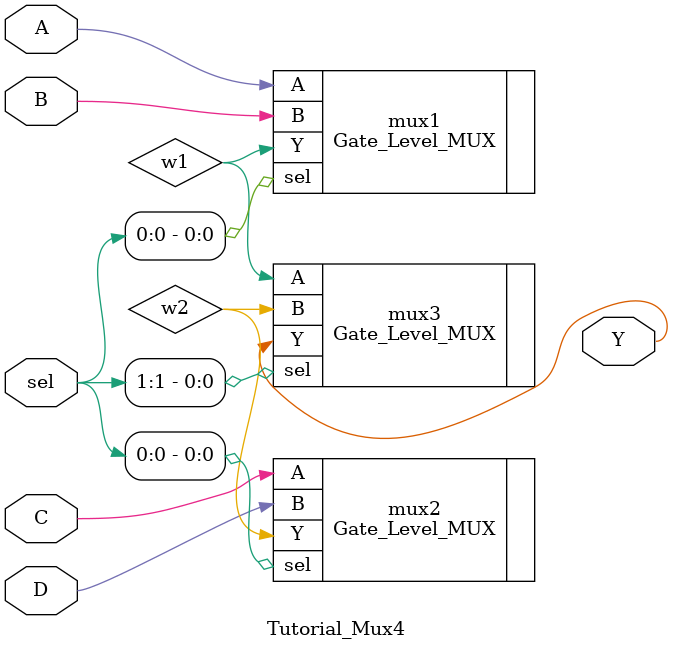
<source format=v>
`timescale 1ns / 1ns

module Tutorial_Mux4(A, B, C, D, sel, Y);

input A, B, C, D;
input [1:0] sel;
output Y;

wire w1, w2;

Gate_Level_MUX mux1(.A(A), .B(B), .sel(sel[0]), .Y(w1));
Gate_Level_MUX mux2(.A(C), .B(D), .sel(sel[0]), .Y(w2));

Gate_Level_MUX mux3(.A(w1), .B(w2), .sel(sel[1]), .Y(Y));

endmodule

</source>
